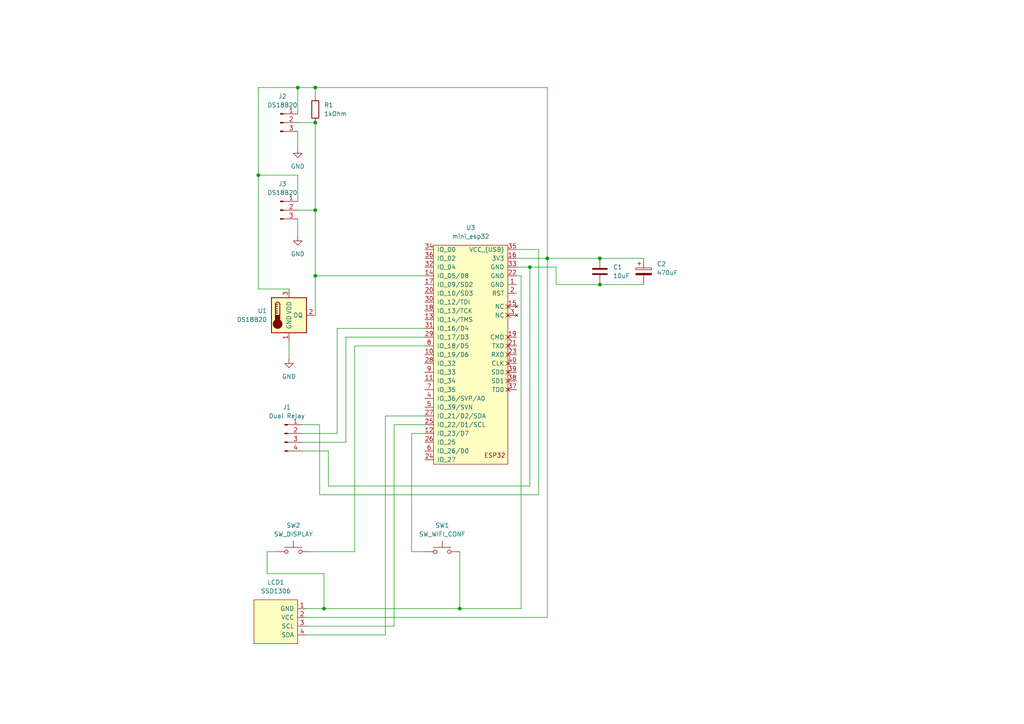
<source format=kicad_sch>
(kicad_sch (version 20211123) (generator eeschema)
  (paper "A4")
  (title_block (title "Hot Water Recirculation Pump") (date "2022-10-28") (rev "1.0"))
  (lib_symbols
    (symbol "Connector:Conn_01x03_Male" (pin_names (offset 1.016) hide)
      (property "Reference" "J" (at 0 5.08 0))
      (property "Value" "Conn_01x03_Male" (at 0 -5.08 0))
      (symbol "Conn_01x03_Male_1_1"
        (polyline (pts (xy 1.27 -2.54) (xy 0.8636 -2.54)) (stroke (width 0.1524)))
        (polyline (pts (xy 1.27 0) (xy 0.8636 0)) (stroke (width 0.1524)))
        (polyline (pts (xy 1.27 2.54) (xy 0.8636 2.54)) (stroke (width 0.1524)))
        (rectangle (start 0.8636 -2.413) (end 0 -2.667) (stroke (width 0.1524)) (fill (type outline)))
        (rectangle (start 0.8636 0.127) (end 0 -0.127) (stroke (width 0.1524)) (fill (type outline)))
        (rectangle (start 0.8636 2.667) (end 0 2.413) (stroke (width 0.1524)) (fill (type outline)))
        (pin passive line (at 5.08 2.54 180) (length 3.81) (name "Pin_1") (number "1"))
        (pin passive line (at 5.08 0 180) (length 3.81) (name "Pin_2") (number "2"))
        (pin passive line (at 5.08 -2.54 180) (length 3.81) (name "Pin_3") (number "3"))
      )
    )
    (symbol "Connector:Conn_01x04_Male" (pin_names (offset 1.016) hide)
      (property "Reference" "J" (at 0 5.08 0))
      (property "Value" "Conn_01x04_Male" (at 0 -7.62 0))
      (symbol "Conn_01x04_Male_1_1"
        (polyline (pts (xy 1.27 -5.08) (xy 0.8636 -5.08)) (stroke (width 0.1524)))
        (polyline (pts (xy 1.27 -2.54) (xy 0.8636 -2.54)) (stroke (width 0.1524)))
        (polyline (pts (xy 1.27 0) (xy 0.8636 0)) (stroke (width 0.1524)))
        (polyline (pts (xy 1.27 2.54) (xy 0.8636 2.54)) (stroke (width 0.1524)))
        (rectangle (start 0.8636 -4.953) (end 0 -5.207) (stroke (width 0.1524)) (fill (type outline)))
        (rectangle (start 0.8636 -2.413) (end 0 -2.667) (stroke (width 0.1524)) (fill (type outline)))
        (rectangle (start 0.8636 0.127) (end 0 -0.127) (stroke (width 0.1524)) (fill (type outline)))
        (rectangle (start 0.8636 2.667) (end 0 2.413) (stroke (width 0.1524)) (fill (type outline)))
        (pin passive line (at 5.08 2.54 180) (length 3.81) (name "Pin_1") (number "1"))
        (pin passive line (at 5.08 0 180) (length 3.81) (name "Pin_2") (number "2"))
        (pin passive line (at 5.08 -2.54 180) (length 3.81) (name "Pin_3") (number "3"))
        (pin passive line (at 5.08 -5.08 180) (length 3.81) (name "Pin_4") (number "4"))
      )
    )
    (symbol "Device:C" (pin_numbers hide) (pin_names (offset 0.254))
      (property "Reference" "C" (at 0.635 2.54 0))
      (property "Value" "C" (at 0.635 -2.54 0))
      (symbol "C_0_1"
        (polyline (pts (xy -2.032 -0.762) (xy 2.032 -0.762)) (stroke (width 0.508)))
        (polyline (pts (xy -2.032 0.762) (xy 2.032 0.762)) (stroke (width 0.508)))
      )
      (symbol "C_1_1"
        (pin passive line (at 0 3.81 270) (length 2.794) (name "~") (number "1"))
        (pin passive line (at 0 -3.81 90) (length 2.794) (name "~") (number "2"))
      )
    )
    (symbol "Device:C_Polarized" (pin_numbers hide) (pin_names (offset 0.254))
      (property "Reference" "C" (at 0.635 2.54 0))
      (property "Value" "C_Polarized" (at 0.635 -2.54 0))
      (symbol "C_Polarized_0_1"
        (rectangle (start -2.286 0.508) (end 2.286 1.016))
        (polyline (pts (xy -1.778 2.286) (xy -0.762 2.286)))
        (polyline (pts (xy -1.27 2.794) (xy -1.27 1.778)))
        (rectangle (start 2.286 -0.508) (end -2.286 -1.016) (fill (type outline)))
      )
      (symbol "C_Polarized_1_1"
        (pin passive line (at 0 3.81 270) (length 2.794) (name "~") (number "1"))
        (pin passive line (at 0 -3.81 90) (length 2.794) (name "~") (number "2"))
      )
    )
    (symbol "Device:R" (pin_numbers hide) (pin_names (offset 0))
      (property "Reference" "R" (at 2.032 0 90))
      (property "Value" "R" (at 0 0 90))
      (symbol "R_0_1"
        (rectangle (start -1.016 -2.54) (end 1.016 2.54) (stroke (width 0.254)))
      )
      (symbol "R_1_1"
        (pin passive line (at 0 3.81 270) (length 1.27) (name "~") (number "1"))
        (pin passive line (at 0 -3.81 90) (length 1.27) (name "~") (number "2"))
      )
    )
    (symbol "ESP32_mini:mini_esp32" (pin_names (offset 1.016))
      (property "Reference" "U" (at -7.62 -50.8 0))
      (property "Value" "mini_esp32" (at 5.08 -59.69 0))
      (symbol "mini_esp32_0_0"
        (text "ESP32" (at 7.62 -62.23 0) (effects (font (size 1.27 1.27))))
        (pin power_in line (at 13.97 -12.7 180) (length 2.54) (name "GND") (number "1"))
        (pin input line (at 13.97 -15.24 180) (length 2.54) (name "RST") (number "2"))
        (pin no_connect non_logic (at 13.97 -21.59 180) (length 2.54) (name "NC") (number "3"))
        (pin bidirectional line (at -12.7 -45.72 0) (length 2.54) (name "IO_36/SVP/A0") (number "4"))
        (pin bidirectional line (at -12.7 -48.26 0) (length 2.54) (name "IO_39/SVN") (number "5"))
      )
      (symbol "mini_esp32_0_1"
        (rectangle (start -10.16 -1.27) (end 11.43 -64.77) (fill (type background)))
      )
      (symbol "mini_esp32_1_1"
        (pin bidirectional line (at -12.7 -33.02 0) (length 2.54) (name "IO_19/D6") (number "10"))
        (pin bidirectional line (at -12.7 -40.64 0) (length 2.54) (name "IO_34") (number "11"))
        (pin bidirectional line (at -12.7 -55.88 0) (length 2.54) (name "IO_23/D7") (number "12"))
        (pin bidirectional line (at -12.7 -22.86 0) (length 2.54) (name "IO_14/TMS") (number "13"))
        (pin bidirectional line (at -12.7 -10.16 0) (length 2.54) (name "IO_05/D8") (number "14"))
        (pin no_connect non_logic (at 13.97 -19.05 180) (length 2.54) (name "NC") (number "15"))
        (pin power_in line (at 13.97 -5.08 180) (length 2.54) (name "3V3") (number "16"))
        (pin bidirectional line (at -12.7 -12.7 0) (length 2.54) (name "IO_09/SD2") (number "17"))
        (pin bidirectional line (at -12.7 -20.32 0) (length 2.54) (name "IO_13/TCK") (number "18"))
        (pin passive non_logic (at 13.97 -27.94 180) (length 2.54) (name "CMD") (number "19"))
        (pin bidirectional line (at -12.7 -15.24 0) (length 2.54) (name "IO_10/SD3") (number "20"))
        (pin passive non_logic (at 13.97 -30.48 180) (length 2.54) (name "TXD") (number "21"))
        (pin power_in line (at 13.97 -10.16 180) (length 2.54) (name "GND") (number "22"))
        (pin passive non_logic (at 13.97 -33.02 180) (length 2.54) (name "RXD") (number "23"))
        (pin bidirectional line (at -12.7 -63.5 0) (length 2.54) (name "IO_27") (number "24"))
        (pin bidirectional line (at -12.7 -53.34 0) (length 2.54) (name "IO_22/D1/SCL") (number "25"))
        (pin bidirectional line (at -12.7 -58.42 0) (length 2.54) (name "IO_25") (number "26"))
        (pin bidirectional line (at -12.7 -50.8 0) (length 2.54) (name "IO_21/D2/SDA") (number "27"))
        (pin bidirectional line (at -12.7 -35.56 0) (length 2.54) (name "IO_32") (number "28"))
        (pin bidirectional line (at -12.7 -27.94 0) (length 2.54) (name "IO_17/D3") (number "29"))
        (pin bidirectional line (at -12.7 -17.78 0) (length 2.54) (name "IO_12/TDI") (number "30"))
        (pin bidirectional line (at -12.7 -25.4 0) (length 2.54) (name "IO_16/D4") (number "31"))
        (pin bidirectional line (at -12.7 -7.62 0) (length 2.54) (name "IO_04") (number "32"))
        (pin power_in line (at 13.97 -7.62 180) (length 2.54) (name "GND") (number "33"))
        (pin bidirectional line (at -12.7 -2.54 0) (length 2.54) (name "IO_00") (number "34"))
        (pin power_in line (at 13.97 -2.54 180) (length 2.54) (name "VCC_(USB)") (number "35"))
        (pin bidirectional line (at -12.7 -5.08 0) (length 2.54) (name "IO_02") (number "36"))
        (pin passive non_logic (at 13.97 -43.18 180) (length 2.54) (name "TD0") (number "37"))
        (pin passive non_logic (at 13.97 -40.64 180) (length 2.54) (name "SD1") (number "38"))
        (pin passive non_logic (at 13.97 -38.1 180) (length 2.54) (name "SD0") (number "39"))
        (pin passive non_logic (at 13.97 -35.56 180) (length 2.54) (name "CLK") (number "40"))
        (pin bidirectional line (at -12.7 -60.96 0) (length 2.54) (name "IO_26/D0") (number "6"))
        (pin bidirectional line (at -12.7 -43.18 0) (length 2.54) (name "IO_35") (number "7"))
        (pin bidirectional line (at -12.7 -30.48 0) (length 2.54) (name "IO_18/D5") (number "8"))
        (pin bidirectional line (at -12.7 -38.1 0) (length 2.54) (name "IO_33") (number "9"))
      )
    )
    (symbol "SSD1306:SSD1306" (pin_names (offset 1.016))
      (property "Reference" "Brd" (at 0 -3.81 0))
      (property "Value" "SSD1306" (at 0 -1.27 0))
      (symbol "SSD1306_0_1"
        (rectangle (start -6.35 6.35) (end 6.35 -6.35) (fill (type background)))
      )
      (symbol "SSD1306_1_1"
        (pin input line (at -3.81 8.89 270) (length 2.54) (name "GND") (number "1"))
        (pin input line (at -1.27 8.89 270) (length 2.54) (name "VCC") (number "2"))
        (pin input line (at 1.27 8.89 270) (length 2.54) (name "SCL") (number "3"))
        (pin input line (at 3.81 8.89 270) (length 2.54) (name "SDA") (number "4"))
      )
    )
    (symbol "Sensor_Temperature:DS18B20" (pin_names (offset 1.016))
      (property "Reference" "U" (at -3.81 6.35 0))
      (property "Value" "DS18B20" (at 6.35 6.35 0))
      (symbol "DS18B20_0_1"
        (rectangle (start -5.08 5.08) (end 5.08 -5.08) (stroke (width 0.254)) (fill (type background)))
        (circle (center -3.302 -2.54) (radius 1.27) (stroke (width 0.254)) (fill (type outline)))
        (rectangle (start -2.667 -1.905) (end -3.937 0) (stroke (width 0.254)) (fill (type outline)))
        (arc (start -2.667 3.175) (mid -3.302 3.81) (end -3.937 3.175) (stroke (width 0.254)))
        (polyline (pts (xy -3.937 0.635) (xy -3.302 0.635)) (stroke (width 0.254)))
        (polyline (pts (xy -3.937 1.27) (xy -3.302 1.27)) (stroke (width 0.254)))
        (polyline (pts (xy -3.937 1.905) (xy -3.302 1.905)) (stroke (width 0.254)))
        (polyline (pts (xy -3.937 2.54) (xy -3.302 2.54)) (stroke (width 0.254)))
        (polyline (pts (xy -3.937 3.175) (xy -3.937 0)) (stroke (width 0.254)))
        (polyline (pts (xy -3.937 3.175) (xy -3.302 3.175)) (stroke (width 0.254)))
        (polyline (pts (xy -2.667 3.175) (xy -2.667 0)) (stroke (width 0.254)))
      )
      (symbol "DS18B20_1_1"
        (pin power_in line (at 0 -7.62 90) (length 2.54) (name "GND") (number "1"))
        (pin bidirectional line (at 7.62 0 180) (length 2.54) (name "DQ") (number "2"))
        (pin power_in line (at 0 7.62 270) (length 2.54) (name "VDD") (number "3"))
      )
    )
    (symbol "Switch:SW_Push" (pin_numbers hide) (pin_names (offset 1.016) hide)
      (property "Reference" "SW" (at 1.27 2.54 0))
      (property "Value" "SW_Push" (at 0 -1.524 0))
      (symbol "SW_Push_0_1"
        (circle (center -2.032 0) (radius 0.508))
        (polyline (pts (xy 0 1.27) (xy 0 3.048)))
        (polyline (pts (xy 2.54 1.27) (xy -2.54 1.27)))
        (circle (center 2.032 0) (radius 0.508))
        (pin passive line (at -5.08 0 0) (length 2.54) (name "1") (number "1"))
        (pin passive line (at 5.08 0 180) (length 2.54) (name "2") (number "2"))
      )
    )
    (symbol "power:GND" (power) (pin_names (offset 0))
      (property "Value" "GND" (at 0 -3.81 0))
      (symbol "GND_0_1"
        (polyline (pts (xy 0 0) (xy 0 -1.27) (xy 1.27 -1.27) (xy 0 -2.54) (xy -1.27 -1.27) (xy 0 -1.27)))
      )
      (symbol "GND_1_1"
        (pin power_in line (at 0 0 270) (length 0) hide (name "GND") (number "1"))
      )
    )
  )
  (junction (at 133.35 176.53))
  (junction (at 153.67 77.47))
  (junction (at 173.99 74.93))
  (junction (at 91.44 60.96))
  (junction (at 173.99 82.55))
  (junction (at 91.44 25.4))
  (junction (at 91.44 80.01))
  (junction (at 74.93 50.8))
  (junction (at 158.75 74.93))
  (junction (at 91.44 35.56))
  (junction (at 86.36 25.4))
  (junction (at 93.98 176.53))
  (wire (pts (xy 161.29 82.55) (xy 161.29 77.47)))
  (wire (pts (xy 153.67 77.47) (xy 153.67 140.97)))
  (wire (pts (xy 149.86 72.39) (xy 156.21 72.39)))
  (wire (pts (xy 123.19 80.01) (xy 91.44 80.01)))
  (wire (pts (xy 74.93 83.82) (xy 83.82 83.82)))
  (wire (pts (xy 161.29 77.47) (xy 153.67 77.47)))
  (wire (pts (xy 86.36 68.58) (xy 86.36 63.5)))
  (wire (pts (xy 186.69 74.93) (xy 173.99 74.93)))
  (wire (pts (xy 111.76 120.65) (xy 111.76 184.15)))
  (wire (pts (xy 133.35 160.02) (xy 133.35 176.53)))
  (wire (pts (xy 93.98 176.53) (xy 133.35 176.53)))
  (wire (pts (xy 95.25 140.97) (xy 95.25 130.81)))
  (wire (pts (xy 102.87 100.33) (xy 102.87 160.02)))
  (wire (pts (xy 91.44 60.96) (xy 86.36 60.96)))
  (wire (pts (xy 100.33 128.27) (xy 87.63 128.27)))
  (wire (pts (xy 91.44 27.94) (xy 91.44 25.4)))
  (wire (pts (xy 156.21 72.39) (xy 156.21 143.51)))
  (wire (pts (xy 156.21 143.51) (xy 92.71 143.51)))
  (wire (pts (xy 149.86 77.47) (xy 153.67 77.47)))
  (wire (pts (xy 123.19 123.19) (xy 114.3 123.19)))
  (wire (pts (xy 88.9 179.07) (xy 158.75 179.07)))
  (wire (pts (xy 93.98 166.37) (xy 77.47 166.37)))
  (wire (pts (xy 86.36 43.18) (xy 86.36 38.1)))
  (wire (pts (xy 86.36 25.4) (xy 86.36 33.02)))
  (wire (pts (xy 97.79 95.25) (xy 97.79 125.73)))
  (wire (pts (xy 74.93 50.8) (xy 74.93 83.82)))
  (wire (pts (xy 158.75 179.07) (xy 158.75 74.93)))
  (wire (pts (xy 74.93 50.8) (xy 86.36 50.8)))
  (wire (pts (xy 77.47 166.37) (xy 77.47 160.02)))
  (wire (pts (xy 149.86 80.01) (xy 151.13 80.01)))
  (wire (pts (xy 97.79 125.73) (xy 87.63 125.73)))
  (wire (pts (xy 173.99 82.55) (xy 161.29 82.55)))
  (wire (pts (xy 102.87 160.02) (xy 90.17 160.02)))
  (wire (pts (xy 151.13 80.01) (xy 151.13 176.53)))
  (wire (pts (xy 114.3 181.61) (xy 88.9 181.61)))
  (wire (pts (xy 95.25 130.81) (xy 87.63 130.81)))
  (wire (pts (xy 114.3 123.19) (xy 114.3 181.61)))
  (wire (pts (xy 91.44 35.56) (xy 86.36 35.56)))
  (wire (pts (xy 88.9 176.53) (xy 93.98 176.53)))
  (wire (pts (xy 133.35 176.53) (xy 151.13 176.53)))
  (wire (pts (xy 149.86 74.93) (xy 158.75 74.93)))
  (wire (pts (xy 111.76 184.15) (xy 88.9 184.15)))
  (wire (pts (xy 91.44 60.96) (xy 91.44 80.01)))
  (wire (pts (xy 74.93 25.4) (xy 74.93 50.8)))
  (wire (pts (xy 158.75 25.4) (xy 158.75 74.93)))
  (wire (pts (xy 186.69 82.55) (xy 173.99 82.55)))
  (wire (pts (xy 92.71 143.51) (xy 92.71 123.19)))
  (wire (pts (xy 91.44 25.4) (xy 158.75 25.4)))
  (wire (pts (xy 91.44 80.01) (xy 91.44 91.44)))
  (wire (pts (xy 100.33 97.79) (xy 100.33 128.27)))
  (wire (pts (xy 123.19 120.65) (xy 111.76 120.65)))
  (wire (pts (xy 123.19 95.25) (xy 97.79 95.25)))
  (wire (pts (xy 173.99 74.93) (xy 158.75 74.93)))
  (wire (pts (xy 153.67 140.97) (xy 95.25 140.97)))
  (wire (pts (xy 123.19 97.79) (xy 100.33 97.79)))
  (wire (pts (xy 77.47 160.02) (xy 80.01 160.02)))
  (wire (pts (xy 123.19 100.33) (xy 102.87 100.33)))
  (wire (pts (xy 86.36 25.4) (xy 91.44 25.4)))
  (wire (pts (xy 123.19 125.73) (xy 119.38 125.73)))
  (wire (pts (xy 83.82 99.06) (xy 83.82 104.14)))
  (wire (pts (xy 93.98 166.37) (xy 93.98 176.53)))
  (wire (pts (xy 92.71 123.19) (xy 87.63 123.19)))
  (wire (pts (xy 91.44 60.96) (xy 91.44 35.56)))
  (wire (pts (xy 74.93 25.4) (xy 86.36 25.4)))
  (wire (pts (xy 86.36 50.8) (xy 86.36 58.42)))
  (wire (pts (xy 119.38 160.02) (xy 123.19 160.02)))
  (wire (pts (xy 119.38 125.73) (xy 119.38 160.02)))
  (symbol (lib_id "power:GND") (at 86.36 43.18 0) (unit 1)
    (property "Reference" "#PWR01" (effects hide))
    (property "Value" "GND" (at 86.36 48.26 0))
  )
  (symbol (lib_id "power:GND") (at 86.36 68.58 0) (unit 1)
    (property "Reference" "#PWR02" (effects hide))
    (property "Value" "GND" (at 86.36 73.66 0))
  )
  (symbol (lib_id "Switch:SW_Push") (at 128.27 160.02 0) (unit 1)
    (property "Reference" "SW1" (at 128.27 152.4 0))
    (property "Value" "SW_WIFI_CONF" (at 128.27 154.94 0))
    (property "Footprint" "Button_Switch_THT:SW_PUSH_6mm_H4.3mm" (effects hide))
  )
  (symbol (lib_id "Connector:Conn_01x03_Male") (at 81.28 60.96 0) (unit 1)
    (property "Reference" "J3" (at 81.915 53.34 0))
    (property "Value" "DS18B20" (at 81.915 55.88 0))
    (property "Footprint" "Connector_PinHeader_2.54mm:PinHeader_1x03_P2.54mm_Vertical" (effects hide))
  )
  (symbol (lib_id "Device:R") (at 91.44 31.75 0) (unit 1)
    (property "Reference" "R1" (at 93.98 30.4799 0) (effects (justify left)))
    (property "Value" "1kOhm" (at 93.98 33.0199 0) (effects (justify left)))
    (property "Footprint" "Resistor_THT:R_Axial_DIN0207_L6.3mm_D2.5mm_P10.16mm_Horizontal" (effects hide))
  )
  (symbol (lib_id "power:GND") (at 83.82 104.14 0) (unit 1)
    (property "Reference" "#PWR03" (effects hide))
    (property "Value" "GND" (at 83.82 109.22 0))
  )
  (symbol (lib_id "Device:C") (at 173.99 78.74 0) (unit 1)
    (property "Reference" "C1" (at 177.8 77.4699 0) (effects (justify left)))
    (property "Value" "10uF" (at 177.8 80.0099 0) (effects (justify left)))
  )
  (symbol (lib_id "Connector:Conn_01x04_Male") (at 82.55 125.73 0) (unit 1)
    (property "Reference" "J1" (at 83.185 118.11 0))
    (property "Value" "Dual Relay" (at 83.185 120.65 0))
    (property "Footprint" "Connector_PinHeader_2.54mm:PinHeader_1x04_P2.54mm_Vertical" (effects hide))
  )
  (symbol (lib_id "SSD1306:SSD1306") (at 80.01 180.34 270) (unit 1)
    (property "Reference" "LCD1" (at 80.01 168.91 90))
    (property "Value" "SSD1306" (at 80.01 171.45 90))
    (property "Footprint" "SSD1306:128x64OLED" (effects hide))
  )
  (symbol (lib_id "Switch:SW_Push") (at 85.09 160.02 0) (unit 1)
    (property "Reference" "SW2" (at 85.09 152.4 0))
    (property "Value" "SW_DISPLAY" (at 85.09 154.94 0))
    (property "Footprint" "Button_Switch_THT:SW_PUSH_6mm_H4.3mm" (effects hide))
  )
  (symbol (lib_id "Connector:Conn_01x03_Male") (at 81.28 35.56 0) (unit 1)
    (property "Reference" "J2" (at 81.915 27.94 0))
    (property "Value" "DS18B20" (at 81.915 30.48 0))
    (property "Footprint" "Connector_PinHeader_2.54mm:PinHeader_1x03_P2.54mm_Vertical" (effects hide))
  )
  (symbol (lib_id "ESP32_mini:mini_esp32") (at 135.89 69.85 0) (unit 1)
    (property "Reference" "U3" (at 136.525 66.04 0))
    (property "Value" "mini_esp32" (at 136.525 68.58 0))
    (property "Footprint" "ESP32_mini:ESP32_mini" (effects hide))
  )
  (symbol (lib_id "Device:C_Polarized") (at 186.69 78.74 0) (unit 1)
    (property "Reference" "C2" (at 190.5 76.5809 0) (effects (justify left)))
    (property "Value" "470uF" (at 190.5 79.1209 0) (effects (justify left)))
  )
  (symbol (lib_id "Sensor_Temperature:DS18B20") (at 83.82 91.44 0) (unit 1)
    (property "Reference" "U1" (at 77.47 90.1699 0) (effects (justify right)))
    (property "Value" "DS18B20" (at 77.47 92.7099 0) (effects (justify right)))
    (property "Footprint" "Package_TO_SOT_THT:TO-92_Inline" (effects hide))
    (property "Datasheet" "http://datasheets.maximintegrated.com/en/ds/DS18B20.pdf" (effects hide))
  )
)
</source>
